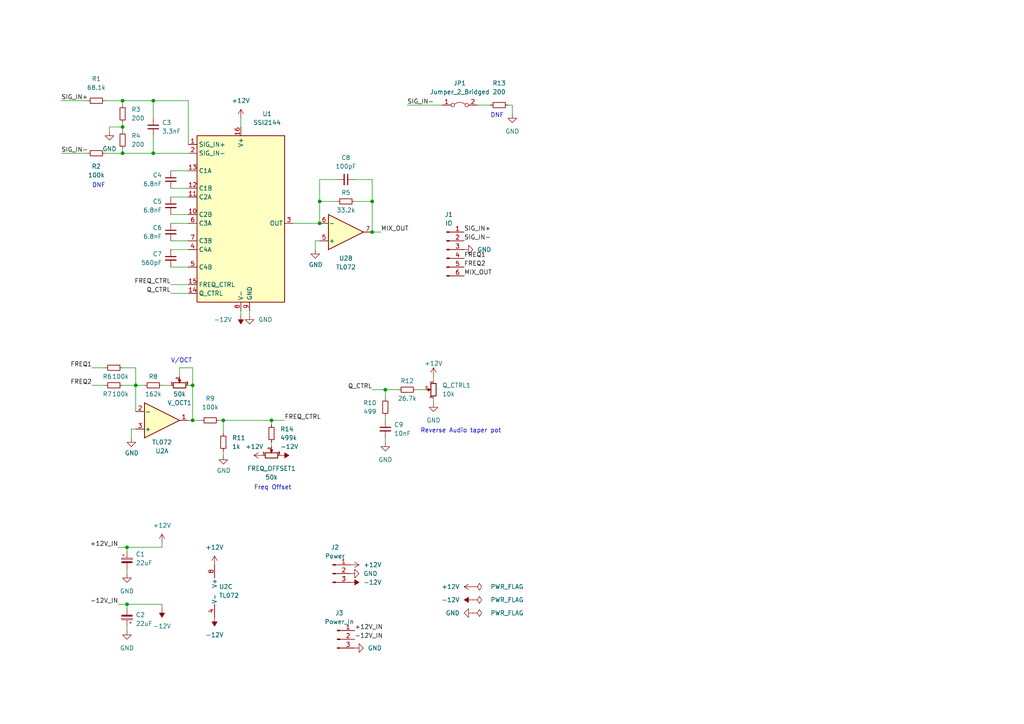
<source format=kicad_sch>
(kicad_sch (version 20230121) (generator eeschema)
  (paper "A4")
  (lib_symbols
    (symbol "Amplifier_Operational:TL072" (pin_names (offset 0.127))
      (property "Reference" "U" (at 0 5.08 0))
      (property "Value" "TL072" (at 0 -5.08 0))
      (symbol "TL072_1_1"
        (polyline (pts (xy -5.08 5.08) (xy 5.08 0) (xy -5.08 -5.08) (xy -5.08 5.08)) (stroke (width 0.254)) (fill (type background)))
        (pin output line (at 7.62 0 180) (length 2.54) (name "~") (number "1"))
        (pin input line (at -7.62 -2.54 0) (length 2.54) (name "-") (number "2"))
        (pin input line (at -7.62 2.54 0) (length 2.54) (name "+") (number "3"))
      )
      (symbol "TL072_2_1"
        (polyline (pts (xy -5.08 5.08) (xy 5.08 0) (xy -5.08 -5.08) (xy -5.08 5.08)) (stroke (width 0.254)) (fill (type background)))
        (pin input line (at -7.62 2.54 0) (length 2.54) (name "+") (number "5"))
        (pin input line (at -7.62 -2.54 0) (length 2.54) (name "-") (number "6"))
        (pin output line (at 7.62 0 180) (length 2.54) (name "~") (number "7"))
      )
      (symbol "TL072_3_1"
        (pin power_in line (at -2.54 -7.62 90) (length 3.81) (name "V-") (number "4"))
        (pin power_in line (at -2.54 7.62 270) (length 3.81) (name "V+") (number "8"))
      )
    )
    (symbol "Audio:SSI2144"
      (property "Reference" "U" (at -10.16 26.67 0))
      (property "Value" "SSI2144" (at 6.35 26.67 0))
      (symbol "SSI2144_0_1"
        (rectangle (start -12.7 25.4) (end 12.7 -22.86) (stroke (width 0.254)) (fill (type background)))
      )
      (symbol "SSI2144_1_1"
        (pin input line (at -15.24 22.86 0) (length 2.54) (name "SIG_IN+") (number "1"))
        (pin passive line (at -15.24 2.54 0) (length 2.54) (name "C2B") (number "10"))
        (pin passive line (at -15.24 7.62 0) (length 2.54) (name "C2A") (number "11"))
        (pin passive line (at -15.24 10.16 0) (length 2.54) (name "C1B") (number "12"))
        (pin passive line (at -15.24 15.24 0) (length 2.54) (name "C1A") (number "13"))
        (pin passive line (at -15.24 -20.32 0) (length 2.54) (name "Q_CTRL") (number "14"))
        (pin passive line (at -15.24 -17.78 0) (length 2.54) (name "FREQ_CTRL") (number "15"))
        (pin power_in line (at 0 27.94 270) (length 2.54) (name "V+") (number "16"))
        (pin input line (at -15.24 20.32 0) (length 2.54) (name "SIG_IN-") (number "2"))
        (pin output line (at 15.24 0 180) (length 2.54) (name "OUT") (number "3"))
        (pin passive line (at -15.24 -7.62 0) (length 2.54) (name "C4A") (number "4"))
        (pin passive line (at -15.24 -12.7 0) (length 2.54) (name "C4B") (number "5"))
        (pin passive line (at -15.24 0 0) (length 2.54) (name "C3A") (number "6"))
        (pin passive line (at -15.24 -5.08 0) (length 2.54) (name "C3B") (number "7"))
        (pin power_in line (at 0 -25.4 90) (length 2.54) (name "V-") (number "8"))
        (pin power_in line (at 2.54 -25.4 90) (length 2.54) (name "GND") (number "9"))
      )
    )
    (symbol "Connector:Conn_01x03_Male" (pin_names (offset 1.016) hide)
      (property "Reference" "J" (at 0 5.08 0))
      (property "Value" "Conn_01x03_Male" (at 0 -5.08 0))
      (symbol "Conn_01x03_Male_1_1"
        (polyline (pts (xy 1.27 -2.54) (xy 0.8636 -2.54)) (stroke (width 0.1524)))
        (polyline (pts (xy 1.27 0) (xy 0.8636 0)) (stroke (width 0.1524)))
        (polyline (pts (xy 1.27 2.54) (xy 0.8636 2.54)) (stroke (width 0.1524)))
        (rectangle (start 0.8636 -2.413) (end 0 -2.667) (stroke (width 0.1524)) (fill (type outline)))
        (rectangle (start 0.8636 0.127) (end 0 -0.127) (stroke (width 0.1524)) (fill (type outline)))
        (rectangle (start 0.8636 2.667) (end 0 2.413) (stroke (width 0.1524)) (fill (type outline)))
        (pin passive line (at 5.08 2.54 180) (length 3.81) (name "Pin_1") (number "1"))
        (pin passive line (at 5.08 0 180) (length 3.81) (name "Pin_2") (number "2"))
        (pin passive line (at 5.08 -2.54 180) (length 3.81) (name "Pin_3") (number "3"))
      )
    )
    (symbol "Connector:Conn_01x06_Male" (pin_names (offset 1.016) hide)
      (property "Reference" "J" (at 0 7.62 0))
      (property "Value" "Conn_01x06_Male" (at 0 -10.16 0))
      (symbol "Conn_01x06_Male_1_1"
        (polyline (pts (xy 1.27 -7.62) (xy 0.8636 -7.62)) (stroke (width 0.1524)))
        (polyline (pts (xy 1.27 -5.08) (xy 0.8636 -5.08)) (stroke (width 0.1524)))
        (polyline (pts (xy 1.27 -2.54) (xy 0.8636 -2.54)) (stroke (width 0.1524)))
        (polyline (pts (xy 1.27 0) (xy 0.8636 0)) (stroke (width 0.1524)))
        (polyline (pts (xy 1.27 2.54) (xy 0.8636 2.54)) (stroke (width 0.1524)))
        (polyline (pts (xy 1.27 5.08) (xy 0.8636 5.08)) (stroke (width 0.1524)))
        (rectangle (start 0.8636 -7.493) (end 0 -7.747) (stroke (width 0.1524)) (fill (type outline)))
        (rectangle (start 0.8636 -4.953) (end 0 -5.207) (stroke (width 0.1524)) (fill (type outline)))
        (rectangle (start 0.8636 -2.413) (end 0 -2.667) (stroke (width 0.1524)) (fill (type outline)))
        (rectangle (start 0.8636 0.127) (end 0 -0.127) (stroke (width 0.1524)) (fill (type outline)))
        (rectangle (start 0.8636 2.667) (end 0 2.413) (stroke (width 0.1524)) (fill (type outline)))
        (rectangle (start 0.8636 5.207) (end 0 4.953) (stroke (width 0.1524)) (fill (type outline)))
        (pin passive line (at 5.08 5.08 180) (length 3.81) (name "Pin_1") (number "1"))
        (pin passive line (at 5.08 2.54 180) (length 3.81) (name "Pin_2") (number "2"))
        (pin passive line (at 5.08 0 180) (length 3.81) (name "Pin_3") (number "3"))
        (pin passive line (at 5.08 -2.54 180) (length 3.81) (name "Pin_4") (number "4"))
        (pin passive line (at 5.08 -5.08 180) (length 3.81) (name "Pin_5") (number "5"))
        (pin passive line (at 5.08 -7.62 180) (length 3.81) (name "Pin_6") (number "6"))
      )
    )
    (symbol "Device:C_Polarized_Small" (pin_numbers hide) (pin_names (offset 0.254) hide)
      (property "Reference" "C" (at 0.254 1.778 0))
      (property "Value" "C_Polarized_Small" (at 0.254 -2.032 0))
      (symbol "C_Polarized_Small_0_1"
        (rectangle (start -1.524 -0.3048) (end 1.524 -0.6858) (fill (type outline)))
        (rectangle (start -1.524 0.6858) (end 1.524 0.3048))
        (polyline (pts (xy -1.27 1.524) (xy -0.762 1.524)))
        (polyline (pts (xy -1.016 1.27) (xy -1.016 1.778)))
      )
      (symbol "C_Polarized_Small_1_1"
        (pin passive line (at 0 2.54 270) (length 1.8542) (name "~") (number "1"))
        (pin passive line (at 0 -2.54 90) (length 1.8542) (name "~") (number "2"))
      )
    )
    (symbol "Device:C_Small" (pin_numbers hide) (pin_names (offset 0.254) hide)
      (property "Reference" "C" (at 0.254 1.778 0))
      (property "Value" "C_Small" (at 0.254 -2.032 0))
      (symbol "C_Small_0_1"
        (polyline (pts (xy -1.524 -0.508) (xy 1.524 -0.508)) (stroke (width 0.3302)))
        (polyline (pts (xy -1.524 0.508) (xy 1.524 0.508)) (stroke (width 0.3048)))
      )
      (symbol "C_Small_1_1"
        (pin passive line (at 0 2.54 270) (length 2.032) (name "~") (number "1"))
        (pin passive line (at 0 -2.54 90) (length 2.032) (name "~") (number "2"))
      )
    )
    (symbol "Device:R_Potentiometer_Small" (pin_names (offset 1.016) hide)
      (property "Reference" "RV" (at -4.445 0 90))
      (property "Value" "R_Potentiometer_Small" (at -2.54 0 90))
      (symbol "R_Potentiometer_Small_0_1"
        (polyline (pts (xy 0.889 0) (xy 0.635 0) (xy 1.651 0.381) (xy 1.651 -0.381) (xy 0.635 0) (xy 0.889 0)) (fill (type outline)))
        (rectangle (start 0.762 1.8034) (end -0.762 -1.8034) (stroke (width 0.254)))
      )
      (symbol "R_Potentiometer_Small_1_1"
        (pin passive line (at 0 2.54 270) (length 0.635) (name "1") (number "1"))
        (pin passive line (at 2.54 0 180) (length 0.9906) (name "2") (number "2"))
        (pin passive line (at 0 -2.54 90) (length 0.635) (name "3") (number "3"))
      )
    )
    (symbol "Device:R_Small" (pin_numbers hide) (pin_names (offset 0.254) hide)
      (property "Reference" "R" (at 0.762 0.508 0))
      (property "Value" "R_Small" (at 0.762 -1.016 0))
      (symbol "R_Small_0_1"
        (rectangle (start -0.762 1.778) (end 0.762 -1.778) (stroke (width 0.2032)))
      )
      (symbol "R_Small_1_1"
        (pin passive line (at 0 2.54 270) (length 0.762) (name "~") (number "1"))
        (pin passive line (at 0 -2.54 90) (length 0.762) (name "~") (number "2"))
      )
    )
    (symbol "Jumper:Jumper_2_Bridged" (pin_names (offset 0) hide)
      (property "Reference" "JP" (at 0 1.905 0))
      (property "Value" "Jumper_2_Bridged" (at 0 -2.54 0))
      (symbol "Jumper_2_Bridged_0_0"
        (circle (center -2.032 0) (radius 0.508))
        (circle (center 2.032 0) (radius 0.508))
      )
      (symbol "Jumper_2_Bridged_0_1"
        (arc (start 1.524 0.254) (mid 0 0.762) (end -1.524 0.254))
      )
      (symbol "Jumper_2_Bridged_1_1"
        (pin passive line (at -5.08 0 0) (length 2.54) (name "A") (number "1"))
        (pin passive line (at 5.08 0 180) (length 2.54) (name "B") (number "2"))
      )
    )
    (symbol "power:+12V" (power) (pin_names (offset 0))
      (property "Value" "+12V" (at 0 3.556 0))
      (symbol "+12V_0_1"
        (polyline (pts (xy -0.762 1.27) (xy 0 2.54)))
        (polyline (pts (xy 0 0) (xy 0 2.54)))
        (polyline (pts (xy 0 2.54) (xy 0.762 1.27)))
      )
      (symbol "+12V_1_1"
        (pin power_in line (at 0 0 90) (length 0) hide (name "+12V") (number "1"))
      )
    )
    (symbol "power:-12V" (power) (pin_names (offset 0))
      (property "Value" "-12V" (at 0 3.81 0))
      (symbol "-12V_0_0"
        (pin power_in line (at 0 0 90) (length 0) hide (name "-12V") (number "1"))
      )
      (symbol "-12V_0_1"
        (polyline (pts (xy 0 0) (xy 0 1.27) (xy 0.762 1.27) (xy 0 2.54) (xy -0.762 1.27) (xy 0 1.27)) (fill (type outline)))
      )
    )
    (symbol "power:GND" (power) (pin_names (offset 0))
      (property "Value" "GND" (at 0 -3.81 0))
      (symbol "GND_0_1"
        (polyline (pts (xy 0 0) (xy 0 -1.27) (xy 1.27 -1.27) (xy 0 -2.54) (xy -1.27 -1.27) (xy 0 -1.27)))
      )
      (symbol "GND_1_1"
        (pin power_in line (at 0 0 270) (length 0) hide (name "GND") (number "1"))
      )
    )
    (symbol "power:PWR_FLAG" (power) (pin_numbers hide) (pin_names (offset 0) hide)
      (property "Value" "PWR_FLAG" (at 0 3.81 0))
      (symbol "PWR_FLAG_0_0"
        (pin power_out line (at 0 0 90) (length 0) (name "pwr") (number "1"))
      )
      (symbol "PWR_FLAG_0_1"
        (polyline (pts (xy 0 0) (xy 0 1.27) (xy -1.016 1.905) (xy 0 2.54) (xy 1.016 1.905) (xy 0 1.27)))
      )
    )
  )
  (junction (at 55.88 121.92))
  (junction (at 36.83 158.75))
  (junction (at 36.83 175.26))
  (junction (at 111.76 113.03))
  (junction (at 44.45 44.45))
  (junction (at 39.37 111.76))
  (junction (at 44.45 29.21))
  (junction (at 35.56 36.83))
  (junction (at 35.56 44.45))
  (junction (at 64.77 121.92))
  (junction (at 107.95 58.42))
  (junction (at 92.71 64.77))
  (junction (at 78.74 121.92))
  (junction (at 92.71 58.42))
  (junction (at 55.88 111.76))
  (junction (at 107.95 67.31))
  (junction (at 35.56 29.21))
  (wire (pts (xy 115.57 113.03) (xy 111.76 113.03)))
  (wire (pts (xy 36.83 181.61) (xy 36.83 182.88)))
  (wire (pts (xy 123.19 113.03) (xy 120.65 113.03)))
  (wire (pts (xy 49.53 72.39) (xy 54.61 72.39)))
  (wire (pts (xy 36.83 165.1) (xy 36.83 166.37)))
  (wire (pts (xy 31.75 36.83) (xy 31.75 38.1)))
  (wire (pts (xy 36.83 175.26) (xy 36.83 176.53)))
  (wire (pts (xy 102.87 58.42) (xy 107.95 58.42)))
  (wire (pts (xy 49.53 64.77) (xy 54.61 64.77)))
  (wire (pts (xy 92.71 58.42) (xy 97.79 58.42)))
  (wire (pts (xy 34.29 175.26) (xy 36.83 175.26)))
  (wire (pts (xy 44.45 39.37) (xy 44.45 44.45)))
  (wire (pts (xy 97.79 52.07) (xy 92.71 52.07)))
  (wire (pts (xy 35.56 106.68) (xy 39.37 106.68)))
  (wire (pts (xy 111.76 120.65) (xy 111.76 121.92)))
  (wire (pts (xy 118.11 30.48) (xy 128.27 30.48)))
  (wire (pts (xy 92.71 52.07) (xy 92.71 58.42)))
  (wire (pts (xy 64.77 132.08) (xy 64.77 130.81)))
  (wire (pts (xy 39.37 111.76) (xy 39.37 119.38)))
  (wire (pts (xy 55.88 121.92) (xy 58.42 121.92)))
  (wire (pts (xy 39.37 111.76) (xy 41.91 111.76)))
  (wire (pts (xy 49.53 77.47) (xy 54.61 77.47)))
  (wire (pts (xy 92.71 58.42) (xy 92.71 64.77)))
  (wire (pts (xy 78.74 121.92) (xy 78.74 123.19)))
  (wire (pts (xy 46.99 111.76) (xy 49.53 111.76)))
  (wire (pts (xy 54.61 111.76) (xy 55.88 111.76)))
  (wire (pts (xy 55.88 106.68) (xy 55.88 111.76)))
  (wire (pts (xy 125.73 116.84) (xy 125.73 115.57)))
  (wire (pts (xy 38.1 124.46) (xy 39.37 124.46)))
  (wire (pts (xy 78.74 121.92) (xy 82.55 121.92)))
  (wire (pts (xy 78.74 128.27) (xy 78.74 129.54)))
  (wire (pts (xy 111.76 127) (xy 111.76 128.27)))
  (wire (pts (xy 72.39 91.44) (xy 72.39 90.17)))
  (wire (pts (xy 36.83 175.26) (xy 46.99 175.26)))
  (wire (pts (xy 34.29 158.75) (xy 36.83 158.75)))
  (wire (pts (xy 54.61 121.92) (xy 55.88 121.92)))
  (wire (pts (xy 52.07 106.68) (xy 55.88 106.68)))
  (wire (pts (xy 30.48 44.45) (xy 35.56 44.45)))
  (wire (pts (xy 36.83 158.75) (xy 36.83 160.02)))
  (wire (pts (xy 49.53 54.61) (xy 54.61 54.61)))
  (wire (pts (xy 102.87 52.07) (xy 107.95 52.07)))
  (wire (pts (xy 35.56 29.21) (xy 44.45 29.21)))
  (wire (pts (xy 39.37 106.68) (xy 39.37 111.76)))
  (wire (pts (xy 44.45 29.21) (xy 44.45 34.29)))
  (wire (pts (xy 107.95 58.42) (xy 107.95 67.31)))
  (wire (pts (xy 36.83 158.75) (xy 46.99 158.75)))
  (wire (pts (xy 35.56 44.45) (xy 44.45 44.45)))
  (wire (pts (xy 64.77 121.92) (xy 64.77 125.73)))
  (wire (pts (xy 38.1 124.46) (xy 38.1 127)))
  (wire (pts (xy 26.67 111.76) (xy 30.48 111.76)))
  (wire (pts (xy 49.53 49.53) (xy 54.61 49.53)))
  (wire (pts (xy 138.43 30.48) (xy 142.24 30.48)))
  (wire (pts (xy 69.85 91.44) (xy 69.85 90.17)))
  (wire (pts (xy 54.61 41.91) (xy 54.61 29.21)))
  (wire (pts (xy 91.44 69.85) (xy 91.44 72.39)))
  (wire (pts (xy 49.53 69.85) (xy 54.61 69.85)))
  (wire (pts (xy 107.95 113.03) (xy 111.76 113.03)))
  (wire (pts (xy 69.85 36.83) (xy 69.85 34.29)))
  (wire (pts (xy 35.56 29.21) (xy 35.56 30.48)))
  (wire (pts (xy 91.44 69.85) (xy 92.71 69.85)))
  (wire (pts (xy 63.5 121.92) (xy 64.77 121.92)))
  (wire (pts (xy 46.99 175.26) (xy 46.99 176.53)))
  (wire (pts (xy 17.78 29.21) (xy 25.4 29.21)))
  (wire (pts (xy 64.77 121.92) (xy 78.74 121.92)))
  (wire (pts (xy 52.07 109.22) (xy 52.07 106.68)))
  (wire (pts (xy 125.73 110.49) (xy 125.73 109.22)))
  (wire (pts (xy 35.56 43.18) (xy 35.56 44.45)))
  (wire (pts (xy 30.48 29.21) (xy 35.56 29.21)))
  (wire (pts (xy 46.99 157.48) (xy 46.99 158.75)))
  (wire (pts (xy 147.32 30.48) (xy 148.59 30.48)))
  (wire (pts (xy 55.88 111.76) (xy 55.88 121.92)))
  (wire (pts (xy 107.95 67.31) (xy 110.49 67.31)))
  (wire (pts (xy 148.59 30.48) (xy 148.59 33.02)))
  (wire (pts (xy 17.78 44.45) (xy 25.4 44.45)))
  (wire (pts (xy 31.75 36.83) (xy 35.56 36.83)))
  (wire (pts (xy 35.56 35.56) (xy 35.56 36.83)))
  (wire (pts (xy 35.56 111.76) (xy 39.37 111.76)))
  (wire (pts (xy 26.67 106.68) (xy 30.48 106.68)))
  (wire (pts (xy 111.76 113.03) (xy 111.76 115.57)))
  (wire (pts (xy 44.45 44.45) (xy 54.61 44.45)))
  (wire (pts (xy 107.95 52.07) (xy 107.95 58.42)))
  (wire (pts (xy 49.53 57.15) (xy 54.61 57.15)))
  (wire (pts (xy 49.53 62.23) (xy 54.61 62.23)))
  (wire (pts (xy 44.45 29.21) (xy 54.61 29.21)))
  (wire (pts (xy 85.09 64.77) (xy 92.71 64.77)))
  (wire (pts (xy 35.56 36.83) (xy 35.56 38.1)))
  (wire (pts (xy 49.53 85.09) (xy 54.61 85.09)))
  (wire (pts (xy 49.53 82.55) (xy 54.61 82.55)))
  (text "Freq Offset" (at 73.66 142.24 0) (effects (font (size 1.27 1.27)) (justify left bottom)))
  (text "DNF" (at 26.67 54.61 0) (effects (font (size 1.27 1.27)) (justify left bottom)))
  (text "V/OCT" (at 49.53 105.41 0) (effects (font (size 1.27 1.27)) (justify left bottom)))
  (text "Reverse Audio taper pot" (at 121.92 125.73 0) (effects (font (size 1.27 1.27)) (justify left bottom)))
  (text "DNF" (at 142.24 34.29 0) (effects (font (size 1.27 1.27)) (justify left bottom)))
  (label "FREQ_CTRL" (at 49.53 82.55 180))
  (label "SIG_IN+" (at 17.78 29.21 0))
  (label "SIG_IN-" (at 134.62 69.85 0))
  (label "FREQ1" (at 134.62 74.93 0))
  (label "-12V_IN" (at 34.29 175.26 180))
  (label "FREQ_CTRL" (at 82.55 121.92 0))
  (label "SIG_IN+" (at 134.62 67.31 0))
  (label "FREQ2" (at 134.62 77.47 0))
  (label "-12V_IN" (at 102.87 185.42 0))
  (label "+12V_IN" (at 34.29 158.75 180))
  (label "SIG_IN-" (at 118.11 30.48 0))
  (label "FREQ2" (at 26.67 111.76 180))
  (label "Q_CTRL" (at 107.95 113.03 180))
  (label "MIX_OUT" (at 110.49 67.31 0))
  (label "FREQ1" (at 26.67 106.68 180))
  (label "Q_CTRL" (at 49.53 85.09 180))
  (label "MIX_OUT" (at 134.62 80.01 0))
  (label "SIG_IN-" (at 17.78 44.45 0))
  (label "+12V_IN" (at 102.87 182.88 0))
  (symbol (lib_id "Device:R_Small") (at 100.33 58.42 270) (unit 1)
    (property "Reference" "R5" (at 100.33 55.88 90))
    (property "Value" "33.2k" (at 100.33 60.96 90))
    (property "Footprint" "Resistor_SMD:R_0805_2012Metric" (effects hide))
  )
  (symbol (lib_id "Device:C_Polarized_Small") (at 36.83 179.07 180) (unit 1)
    (property "Reference" "C2" (at 39.37 178.346 0) (effects (justify right)))
    (property "Value" "22uF" (at 39.37 180.886 0) (effects (justify right)))
    (property "Footprint" "Capacitor_SMD:CP_Elec_5x5.7" (effects hide))
    (property "Part_Number" "C134793" (effects hide))
    (property "Rotation" "270" (effects hide))
  )
  (symbol (lib_id "Device:R_Small") (at 78.74 125.73 0) (unit 1)
    (property "Reference" "R14" (at 81.28 124.4599 0) (effects (justify left)))
    (property "Value" "499k" (at 81.28 126.9999 0) (effects (justify left)))
    (property "Footprint" "Resistor_SMD:R_0805_2012Metric" (effects hide))
  )
  (symbol (lib_id "Device:R_Small") (at 44.45 111.76 270) (unit 1)
    (property "Reference" "R8" (at 44.45 109.22 90))
    (property "Value" "162k" (at 44.45 114.3 90))
    (property "Footprint" "Resistor_SMD:R_0805_2012Metric" (effects hide))
  )
  (symbol (lib_id "Device:R_Small") (at 60.96 121.92 270) (unit 1)
    (property "Reference" "R9" (at 60.96 115.57 90))
    (property "Value" "100k" (at 60.96 118.11 90))
    (property "Footprint" "Resistor_SMD:R_0805_2012Metric" (effects hide))
  )
  (symbol (lib_id "Device:C_Small") (at 111.76 124.46 0) (unit 1)
    (property "Reference" "C9" (at 114.3 123.1962 0) (effects (justify left)))
    (property "Value" "10nF" (at 114.3 125.7362 0) (effects (justify left)))
    (property "Footprint" "Capacitor_SMD:C_0603_1608Metric_Pad1.08x0.95mm_HandSolder" (effects hide))
  )
  (symbol (lib_id "Device:R_Small") (at 118.11 113.03 270) (unit 1)
    (property "Reference" "R12" (at 118.11 110.49 90))
    (property "Value" "26.7k" (at 118.11 115.57 90))
    (property "Footprint" "Resistor_SMD:R_0805_2012Metric" (effects hide))
  )
  (symbol (lib_id "Connector:Conn_01x03_Male") (at 97.79 185.42 0) (unit 1)
    (property "Reference" "J3" (at 98.425 177.8 0))
    (property "Value" "Power_In" (at 98.425 180.34 0))
    (property "Footprint" "Connector_PinHeader_2.54mm:PinHeader_1x03_P2.54mm_Vertical" (effects hide))
  )
  (symbol (lib_id "Amplifier_Operational:TL072") (at 46.99 121.92 0) (mirror x) (unit 1)
    (property "Reference" "U2" (at 46.99 130.81 0))
    (property "Value" "TL072" (at 46.99 128.27 0))
    (property "Footprint" "Package_SO:SO-8_3.9x4.9mm_P1.27mm" (effects hide))
    (property "Datasheet" "http://www.ti.com/lit/ds/symlink/tl071.pdf" (effects hide))
  )
  (symbol (lib_id "Device:C_Small") (at 100.33 52.07 270) (unit 1)
    (property "Reference" "C8" (at 100.3236 45.72 90))
    (property "Value" "100pF" (at 100.3236 48.26 90))
    (property "Footprint" "Capacitor_SMD:C_0805_2012Metric" (effects hide))
  )
  (symbol (lib_id "power:GND") (at 137.16 177.8 270) (unit 1)
    (property "Reference" "#PWR0105" (effects hide))
    (property "Value" "GND" (at 133.35 177.7999 90) (effects (justify right)))
  )
  (symbol (lib_id "Device:R_Small") (at 27.94 29.21 270) (unit 1)
    (property "Reference" "R1" (at 27.94 22.86 90))
    (property "Value" "68.1k" (at 27.94 25.4 90))
    (property "Footprint" "Resistor_SMD:R_0805_2012Metric" (effects hide))
  )
  (symbol (lib_id "power:-12V") (at 46.99 176.53 180) (unit 1)
    (property "Reference" "#PWR04" (effects hide))
    (property "Value" "-12V" (at 46.99 181.61 0))
  )
  (symbol (lib_id "Connector:Conn_01x03_Male") (at 96.52 166.37 0) (unit 1)
    (property "Reference" "J2" (at 97.155 158.75 0))
    (property "Value" "Power" (at 97.155 161.29 0))
    (property "Footprint" "Connector_PinHeader_2.54mm:PinHeader_1x03_P2.54mm_Vertical" (effects hide))
  )
  (symbol (lib_id "power:GND") (at 102.87 187.96 90) (unit 1)
    (property "Reference" "#PWR021" (effects hide))
    (property "Value" "GND" (at 106.68 187.9599 90) (effects (justify right)))
  )
  (symbol (lib_id "power:+12V") (at 125.73 109.22 0) (mirror y) (unit 1)
    (property "Reference" "#PWR013" (effects hide))
    (property "Value" "+12V" (at 125.73 105.41 0))
  )
  (symbol (lib_id "power:GND") (at 36.83 182.88 0) (unit 1)
    (property "Reference" "#PWR01" (effects hide))
    (property "Value" "GND" (at 36.83 187.96 0))
  )
  (symbol (lib_id "power:-12V") (at 81.28 132.08 270) (unit 1)
    (property "Reference" "#PWR015" (effects hide))
    (property "Value" "-12V" (at 81.28 129.54 90) (effects (justify left)))
  )
  (symbol (lib_id "power:GND") (at 72.39 91.44 0) (unit 1)
    (property "Reference" "#PWR07" (effects hide))
    (property "Value" "GND" (at 74.93 92.7099 0) (effects (justify left)))
  )
  (symbol (lib_id "Device:R_Small") (at 35.56 40.64 180) (unit 1)
    (property "Reference" "R4" (at 38.1 39.3699 0) (effects (justify right)))
    (property "Value" "200" (at 38.1 41.9099 0) (effects (justify right)))
    (property "Footprint" "Resistor_SMD:R_0805_2012Metric" (effects hide))
  )
  (symbol (lib_id "Device:R_Potentiometer_Small") (at 78.74 132.08 90) (unit 1)
    (property "Reference" "FREQ_OFFSET1" (at 78.74 135.89 90))
    (property "Value" "50k" (at 78.74 138.43 90))
    (property "Footprint" "Custom_Footprints:Alpha_9mm_Potentiometer_Aligned" (effects hide))
  )
  (symbol (lib_id "power:+12V") (at 69.85 34.29 0) (unit 1)
    (property "Reference" "#PWR05" (effects hide))
    (property "Value" "+12V" (at 69.85 29.21 0))
  )
  (symbol (lib_id "Jumper:Jumper_2_Bridged") (at 133.35 30.48 0) (unit 1)
    (property "Reference" "JP1" (at 133.35 24.13 0))
    (property "Value" "Jumper_2_Bridged" (at 133.35 26.67 0))
    (property "Footprint" "Jumper:SolderJumper-2_P1.3mm_Bridged_RoundedPad1.0x1.5mm" (effects hide))
  )
  (symbol (lib_id "Device:C_Small") (at 49.53 59.69 0) (unit 1)
    (property "Reference" "C5" (at 46.99 58.4262 0) (effects (justify right)))
    (property "Value" "6.8nF" (at 46.99 60.9662 0) (effects (justify right)))
    (property "Footprint" "Capacitor_SMD:C_0603_1608Metric_Pad1.08x0.95mm_HandSolder" (effects hide))
  )
  (symbol (lib_id "power:-12V") (at 101.6 168.91 270) (unit 1)
    (property "Reference" "#PWR020" (effects hide))
    (property "Value" "-12V" (at 105.41 168.9099 90) (effects (justify left)))
  )
  (symbol (lib_id "Device:C_Polarized_Small") (at 36.83 162.56 0) (unit 1)
    (property "Reference" "C1" (at 39.37 160.7438 0) (effects (justify left)))
    (property "Value" "22uF" (at 39.37 163.2838 0) (effects (justify left)))
    (property "Footprint" "Capacitor_SMD:CP_Elec_5x5.7" (effects hide))
    (property "Part_Number" "C134798" (effects hide))
    (property "Rotation" "360" (effects hide))
  )
  (symbol (lib_id "power:+12V") (at 62.23 163.83 0) (unit 1)
    (property "Reference" "#PWR0101" (effects hide))
    (property "Value" "+12V" (at 62.23 158.75 0))
  )
  (symbol (lib_id "Amplifier_Operational:TL072") (at 59.69 171.45 0) (mirror y) (unit 3)
    (property "Reference" "U2" (at 63.5 170.1799 0) (effects (justify right)))
    (property "Value" "TL072" (at 63.5 172.7199 0) (effects (justify right)))
    (property "Footprint" "Package_SO:SO-8_3.9x4.9mm_P1.27mm" (effects hide))
    (property "Datasheet" "http://www.ti.com/lit/ds/symlink/tl071.pdf" (effects hide))
  )
  (symbol (lib_id "power:-12V") (at 137.16 173.99 90) (unit 1)
    (property "Reference" "#PWR0103" (effects hide))
    (property "Value" "-12V" (at 133.35 173.9899 90) (effects (justify left)))
  )
  (symbol (lib_id "power:GND") (at 125.73 116.84 0) (unit 1)
    (property "Reference" "#PWR014" (effects hide))
    (property "Value" "GND" (at 125.73 121.92 0))
  )
  (symbol (lib_id "power:+12V") (at 137.16 170.18 90) (mirror x) (unit 1)
    (property "Reference" "#PWR0104" (effects hide))
    (property "Value" "+12V" (at 133.35 170.1799 90) (effects (justify left)))
  )
  (symbol (lib_id "Device:C_Small") (at 49.53 74.93 0) (unit 1)
    (property "Reference" "C7" (at 46.99 73.6662 0) (effects (justify right)))
    (property "Value" "560pF" (at 46.99 76.2062 0) (effects (justify right)))
    (property "Footprint" "Capacitor_SMD:C_0603_1608Metric_Pad1.08x0.95mm_HandSolder" (effects hide))
  )
  (symbol (lib_id "power:+12V") (at 76.2 132.08 90) (unit 1)
    (property "Reference" "#PWR012" (effects hide))
    (property "Value" "+12V" (at 71.12 129.54 90) (effects (justify right)))
  )
  (symbol (lib_id "Device:R_Potentiometer_Small") (at 52.07 111.76 90) (unit 1)
    (property "Reference" "V_OCT1" (at 52.07 116.84 90))
    (property "Value" "50k" (at 52.07 114.3 90))
    (property "Footprint" "Custom_Footprints:Alpha_9mm_Potentiometer_Aligned" (effects hide))
  )
  (symbol (lib_id "power:-12V") (at 62.23 179.07 180) (unit 1)
    (property "Reference" "#PWR0102" (effects hide))
    (property "Value" "-12V" (at 62.23 184.15 0))
  )
  (symbol (lib_id "Device:R_Small") (at 64.77 128.27 0) (unit 1)
    (property "Reference" "R11" (at 67.31 126.9999 0) (effects (justify left)))
    (property "Value" "1k" (at 67.31 129.5399 0) (effects (justify left)))
    (property "Footprint" "Resistor_SMD:R_0805_2012Metric" (effects hide))
  )
  (symbol (lib_id "power:PWR_FLAG") (at 137.16 177.8 270) (unit 1)
    (property "Reference" "#FLG0102" (effects hide))
    (property "Value" "PWR_FLAG" (at 142.24 177.7999 90) (effects (justify left)))
  )
  (symbol (lib_id "power:GND") (at 148.59 33.02 0) (unit 1)
    (property "Reference" "#PWR016" (effects hide))
    (property "Value" "GND" (at 148.59 38.1 0))
  )
  (symbol (lib_id "Device:C_Small") (at 44.45 36.83 180) (unit 1)
    (property "Reference" "C3" (at 46.99 35.5535 0) (effects (justify right)))
    (property "Value" "3.3nF" (at 46.99 38.0935 0) (effects (justify right)))
    (property "Footprint" "Capacitor_SMD:C_0603_1608Metric_Pad1.08x0.95mm_HandSolder" (effects hide))
  )
  (symbol (lib_id "power:-12V") (at 69.85 91.44 180) (unit 1)
    (property "Reference" "#PWR06" (effects hide))
    (property "Value" "-12V" (at 67.31 92.7099 0) (effects (justify left)))
  )
  (symbol (lib_id "power:GND") (at 38.1 127 0) (unit 1)
    (property "Reference" "#PWR09" (effects hide))
    (property "Value" "GND" (at 38.227 131.3942 0))
  )
  (symbol (lib_id "Device:R_Small") (at 33.02 106.68 270) (unit 1)
    (property "Reference" "R6" (at 31.115 109.22 90))
    (property "Value" "100k" (at 34.925 109.22 90))
    (property "Footprint" "Resistor_SMD:R_0805_2012Metric" (effects hide))
  )
  (symbol (lib_id "power:GND") (at 101.6 166.37 90) (unit 1)
    (property "Reference" "#PWR019" (effects hide))
    (property "Value" "GND" (at 105.41 166.3699 90) (effects (justify right)))
  )
  (symbol (lib_id "power:PWR_FLAG") (at 137.16 173.99 270) (unit 1)
    (property "Reference" "#FLG0101" (effects hide))
    (property "Value" "PWR_FLAG" (at 142.24 173.9899 90) (effects (justify left)))
  )
  (symbol (lib_id "Audio:SSI2144") (at 69.85 64.77 0) (unit 1)
    (property "Reference" "U1" (at 77.47 33.02 0))
    (property "Value" "SSI2144" (at 77.47 35.56 0))
    (property "Footprint" "Package_SO:SSOP-16_3.9x4.9mm_P0.635mm" (effects hide))
    (property "Datasheet" "http://www.soundsemiconductor.com/downloads/ssi2144datasheet.pdf" (effects hide))
  )
  (symbol (lib_id "Device:R_Small") (at 27.94 44.45 270) (unit 1)
    (property "Reference" "R2" (at 27.94 48.26 90))
    (property "Value" "100k" (at 27.94 50.8 90))
    (property "Footprint" "Resistor_SMD:R_0805_2012Metric" (effects hide))
  )
  (symbol (lib_id "Device:R_Small") (at 111.76 118.11 180) (unit 1)
    (property "Reference" "R10" (at 109.22 116.8399 0) (effects (justify left)))
    (property "Value" "499" (at 109.22 119.3799 0) (effects (justify left)))
    (property "Footprint" "Resistor_SMD:R_0805_2012Metric" (effects hide))
  )
  (symbol (lib_id "Device:R_Small") (at 35.56 33.02 180) (unit 1)
    (property "Reference" "R3" (at 38.1 31.7499 0) (effects (justify right)))
    (property "Value" "200" (at 38.1 34.2899 0) (effects (justify right)))
    (property "Footprint" "Resistor_SMD:R_0805_2012Metric" (effects hide))
  )
  (symbol (lib_id "power:GND") (at 31.75 38.1 0) (unit 1)
    (property "Reference" "#PWR02" (effects hide))
    (property "Value" "GND" (at 31.75 43.18 0))
  )
  (symbol (lib_id "Device:R_Small") (at 144.78 30.48 270) (unit 1)
    (property "Reference" "R13" (at 144.78 24.13 90))
    (property "Value" "200" (at 144.78 26.67 90))
    (property "Footprint" "Resistor_SMD:R_0805_2012Metric" (effects hide))
  )
  (symbol (lib_id "Amplifier_Operational:TL072") (at 100.33 67.31 0) (mirror x) (unit 2)
    (property "Reference" "U2" (at 100.33 74.93 0))
    (property "Value" "TL072" (at 100.33 77.47 0))
    (property "Footprint" "Package_SO:SO-8_3.9x4.9mm_P1.27mm" (effects hide))
    (property "Datasheet" "http://www.ti.com/lit/ds/symlink/tl071.pdf" (effects hide))
  )
  (symbol (lib_id "power:+12V") (at 101.6 163.83 270) (mirror x) (unit 1)
    (property "Reference" "#PWR018" (effects hide))
    (property "Value" "+12V" (at 105.41 163.8299 90) (effects (justify left)))
  )
  (symbol (lib_id "Connector:Conn_01x06_Male") (at 129.54 72.39 0) (unit 1)
    (property "Reference" "J1" (at 130.175 62.23 0))
    (property "Value" "IO" (at 130.175 64.77 0))
    (property "Footprint" "Connector_PinHeader_2.54mm:PinHeader_1x06_P2.54mm_Vertical" (effects hide))
  )
  (symbol (lib_id "Device:C_Small") (at 49.53 67.31 0) (unit 1)
    (property "Reference" "C6" (at 46.99 66.0462 0) (effects (justify right)))
    (property "Value" "6.8nF" (at 46.99 68.5862 0) (effects (justify right)))
    (property "Footprint" "Capacitor_SMD:C_0603_1608Metric_Pad1.08x0.95mm_HandSolder" (effects hide))
  )
  (symbol (lib_id "power:GND") (at 111.76 128.27 0) (unit 1)
    (property "Reference" "#PWR010" (effects hide))
    (property "Value" "GND" (at 111.76 133.35 0))
  )
  (symbol (lib_id "power:GND") (at 64.77 132.08 0) (unit 1)
    (property "Reference" "#PWR011" (effects hide))
    (property "Value" "GND" (at 64.897 136.4742 0))
  )
  (symbol (lib_id "power:+12V") (at 46.99 157.48 0) (unit 1)
    (property "Reference" "#PWR03" (effects hide))
    (property "Value" "+12V" (at 46.99 152.4 0))
  )
  (symbol (lib_id "power:GND") (at 36.83 166.37 0) (unit 1)
    (property "Reference" "#PWR022" (effects hide))
    (property "Value" "GND" (at 36.83 171.45 0))
  )
  (symbol (lib_id "Device:R_Potentiometer_Small") (at 125.73 113.03 0) (mirror y) (unit 1)
    (property "Reference" "Q_CTRL1" (at 128.27 111.7599 0) (effects (justify right)))
    (property "Value" "10k" (at 128.27 114.2999 0) (effects (justify right)))
    (property "Footprint" "Custom_Footprints:Alpha_9mm_Potentiometer_Aligned" (effects hide))
  )
  (symbol (lib_id "power:GND") (at 134.62 72.39 90) (unit 1)
    (property "Reference" "#PWR017" (effects hide))
    (property "Value" "GND" (at 138.43 72.3899 90) (effects (justify right)))
  )
  (symbol (lib_id "power:GND") (at 91.44 72.39 0) (unit 1)
    (property "Reference" "#PWR08" (effects hide))
    (property "Value" "GND" (at 91.567 76.7842 0))
  )
  (symbol (lib_id "power:PWR_FLAG") (at 137.16 170.18 270) (unit 1)
    (property "Reference" "#FLG0103" (effects hide))
    (property "Value" "PWR_FLAG" (at 142.24 170.1799 90) (effects (justify left)))
  )
  (symbol (lib_id "Device:R_Small") (at 33.02 111.76 270) (unit 1)
    (property "Reference" "R7" (at 31.115 114.3 90))
    (property "Value" "100k" (at 34.925 114.3 90))
    (property "Footprint" "Resistor_SMD:R_0805_2012Metric" (effects hide))
  )
  (symbol (lib_id "Device:C_Small") (at 49.53 52.07 0) (unit 1)
    (property "Reference" "C4" (at 46.99 50.8062 0) (effects (justify right)))
    (property "Value" "6.8nF" (at 46.99 53.3462 0) (effects (justify right)))
    (property "Footprint" "Capacitor_SMD:C_0603_1608Metric_Pad1.08x0.95mm_HandSolder" (effects hide))
  )
)
</source>
